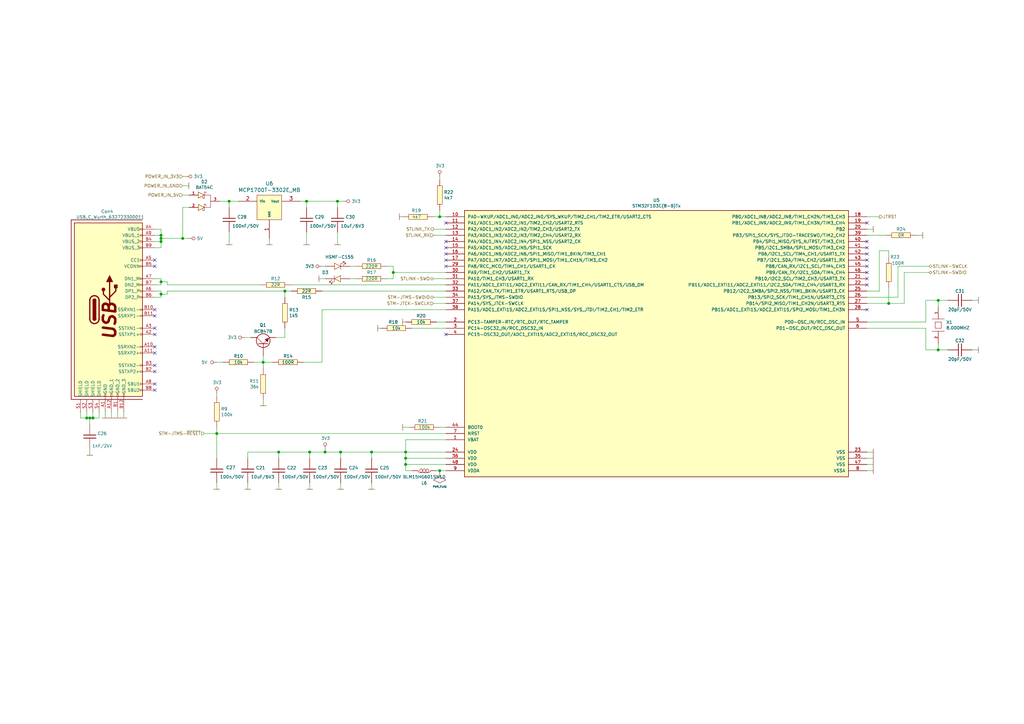
<source format=kicad_sch>
(kicad_sch (version 20210406) (generator eeschema)
  (paper "A3")
  (title_block (title "STLink Module") (date "2020-12-20") (rev "V1.0") (company "Embedded System Labs"))
  (junction (at 35.56 171.45) (diameter 1.016))
  (junction (at 36.83 171.45) (diameter 1.016))
  (junction (at 38.1 171.45) (diameter 1.016))
  (junction (at 66.04 96.52) (diameter 1.016))
  (junction (at 66.04 97.79) (diameter 1.016))
  (junction (at 66.04 99.06) (diameter 1.016))
  (junction (at 66.04 115.57) (diameter 1.016))
  (junction (at 66.04 120.65) (diameter 1.016))
  (junction (at 74.93 97.79) (diameter 1.016))
  (junction (at 88.9 177.8) (diameter 1.016))
  (junction (at 93.98 82.55) (diameter 1.016))
  (junction (at 107.95 148.59) (diameter 1.016))
  (junction (at 114.3 185.42) (diameter 1.016))
  (junction (at 116.84 119.38) (diameter 1.016))
  (junction (at 125.73 82.55) (diameter 1.016))
  (junction (at 127 185.42) (diameter 1.016))
  (junction (at 133.35 185.42) (diameter 1.016))
  (junction (at 138.43 82.55) (diameter 1.016))
  (junction (at 139.7 185.42) (diameter 1.016))
  (junction (at 152.4 185.42) (diameter 1.016))
  (junction (at 161.29 111.76) (diameter 1.016))
  (junction (at 166.37 185.42) (diameter 1.016))
  (junction (at 166.37 187.96) (diameter 1.016))
  (junction (at 166.37 190.5) (diameter 1.016))
  (junction (at 180.34 88.9) (diameter 1.016))
  (junction (at 180.34 193.04) (diameter 1.016))
  (junction (at 364.49 124.46) (diameter 1.016))
  (junction (at 384.81 123.19) (diameter 1.016))
  (junction (at 384.81 143.51) (diameter 1.016))
  (no_connect (at 63.5 106.68))
  (no_connect (at 63.5 109.22))
  (no_connect (at 63.5 127))
  (no_connect (at 63.5 129.54))
  (no_connect (at 63.5 134.62))
  (no_connect (at 63.5 137.16))
  (no_connect (at 63.5 142.24))
  (no_connect (at 63.5 144.78))
  (no_connect (at 63.5 149.86))
  (no_connect (at 63.5 152.4))
  (no_connect (at 63.5 157.48))
  (no_connect (at 63.5 160.02))
  (no_connect (at 182.88 91.44))
  (no_connect (at 182.88 99.06))
  (no_connect (at 182.88 101.6))
  (no_connect (at 182.88 104.14))
  (no_connect (at 182.88 106.68))
  (no_connect (at 182.88 109.22))
  (no_connect (at 182.88 137.16))
  (no_connect (at 355.6 91.44))
  (no_connect (at 355.6 99.06))
  (no_connect (at 355.6 101.6))
  (no_connect (at 355.6 104.14))
  (no_connect (at 355.6 106.68))
  (no_connect (at 355.6 109.22))
  (no_connect (at 355.6 111.76))
  (no_connect (at 355.6 114.3))
  (no_connect (at 355.6 116.84))
  (no_connect (at 355.6 127))
  (wire (pts (xy 33.02 168.91) (xy 33.02 171.45)))
  (wire (pts (xy 33.02 171.45) (xy 35.56 171.45)))
  (wire (pts (xy 35.56 168.91) (xy 35.56 171.45)))
  (wire (pts (xy 35.56 171.45) (xy 36.83 171.45)))
  (wire (pts (xy 36.83 171.45) (xy 38.1 171.45)))
  (wire (pts (xy 36.83 173.99) (xy 36.83 171.45)))
  (wire (pts (xy 36.83 186.69) (xy 36.83 184.15)))
  (wire (pts (xy 38.1 168.91) (xy 38.1 171.45)))
  (wire (pts (xy 38.1 171.45) (xy 40.64 171.45)))
  (wire (pts (xy 40.64 171.45) (xy 40.64 168.91)))
  (wire (pts (xy 43.18 171.45) (xy 43.18 168.91)))
  (wire (pts (xy 45.72 171.45) (xy 45.72 168.91)))
  (wire (pts (xy 48.26 171.45) (xy 48.26 168.91)))
  (wire (pts (xy 50.8 171.45) (xy 50.8 168.91)))
  (wire (pts (xy 63.5 93.98) (xy 66.04 93.98)))
  (wire (pts (xy 63.5 96.52) (xy 66.04 96.52)))
  (wire (pts (xy 63.5 99.06) (xy 66.04 99.06)))
  (wire (pts (xy 63.5 116.84) (xy 66.04 116.84)))
  (wire (pts (xy 63.5 119.38) (xy 66.04 119.38)))
  (wire (pts (xy 66.04 93.98) (xy 66.04 96.52)))
  (wire (pts (xy 66.04 96.52) (xy 66.04 97.79)))
  (wire (pts (xy 66.04 97.79) (xy 66.04 99.06)))
  (wire (pts (xy 66.04 97.79) (xy 74.93 97.79)))
  (wire (pts (xy 66.04 99.06) (xy 66.04 101.6)))
  (wire (pts (xy 66.04 101.6) (xy 63.5 101.6)))
  (wire (pts (xy 66.04 114.3) (xy 63.5 114.3)))
  (wire (pts (xy 66.04 114.3) (xy 66.04 115.57)))
  (wire (pts (xy 66.04 115.57) (xy 66.04 116.84)))
  (wire (pts (xy 66.04 119.38) (xy 66.04 120.65)))
  (wire (pts (xy 66.04 120.65) (xy 66.04 121.92)))
  (wire (pts (xy 66.04 121.92) (xy 63.5 121.92)))
  (wire (pts (xy 68.58 115.57) (xy 66.04 115.57)))
  (wire (pts (xy 68.58 116.84) (xy 68.58 115.57)))
  (wire (pts (xy 68.58 119.38) (xy 68.58 120.65)))
  (wire (pts (xy 68.58 120.65) (xy 66.04 120.65)))
  (wire (pts (xy 74.93 72.39) (xy 76.2 72.39)))
  (wire (pts (xy 74.93 85.09) (xy 77.47 85.09)))
  (wire (pts (xy 74.93 97.79) (xy 74.93 85.09)))
  (wire (pts (xy 77.47 76.2) (xy 74.93 76.2)))
  (wire (pts (xy 77.47 80.01) (xy 74.93 80.01)))
  (wire (pts (xy 77.47 97.79) (xy 74.93 97.79)))
  (wire (pts (xy 88.9 148.59) (xy 91.44 148.59)))
  (wire (pts (xy 88.9 161.29) (xy 88.9 162.56)))
  (wire (pts (xy 88.9 177.8) (xy 83.82 177.8)))
  (wire (pts (xy 88.9 177.8) (xy 88.9 175.26)))
  (wire (pts (xy 88.9 177.8) (xy 88.9 187.96)))
  (wire (pts (xy 88.9 177.8) (xy 182.88 177.8)))
  (wire (pts (xy 88.9 200.66) (xy 88.9 198.12)))
  (wire (pts (xy 93.98 82.55) (xy 90.17 82.55)))
  (wire (pts (xy 93.98 85.09) (xy 93.98 82.55)))
  (wire (pts (xy 93.98 95.25) (xy 93.98 100.33)))
  (wire (pts (xy 97.79 82.55) (xy 93.98 82.55)))
  (wire (pts (xy 101.6 185.42) (xy 101.6 187.96)))
  (wire (pts (xy 101.6 200.66) (xy 101.6 198.12)))
  (wire (pts (xy 102.87 138.43) (xy 100.33 138.43)))
  (wire (pts (xy 104.14 148.59) (xy 107.95 148.59)))
  (wire (pts (xy 106.68 116.84) (xy 68.58 116.84)))
  (wire (pts (xy 107.95 148.59) (xy 107.95 146.05)))
  (wire (pts (xy 107.95 148.59) (xy 111.76 148.59)))
  (wire (pts (xy 107.95 151.13) (xy 107.95 148.59)))
  (wire (pts (xy 107.95 166.37) (xy 107.95 163.83)))
  (wire (pts (xy 110.49 100.33) (xy 110.49 97.79)))
  (wire (pts (xy 114.3 185.42) (xy 101.6 185.42)))
  (wire (pts (xy 114.3 185.42) (xy 114.3 187.96)))
  (wire (pts (xy 114.3 200.66) (xy 114.3 198.12)))
  (wire (pts (xy 116.84 119.38) (xy 68.58 119.38)))
  (wire (pts (xy 116.84 121.92) (xy 116.84 119.38)))
  (wire (pts (xy 116.84 134.62) (xy 116.84 138.43)))
  (wire (pts (xy 116.84 138.43) (xy 113.03 138.43)))
  (wire (pts (xy 119.38 119.38) (xy 116.84 119.38)))
  (wire (pts (xy 123.19 82.55) (xy 125.73 82.55)))
  (wire (pts (xy 125.73 82.55) (xy 138.43 82.55)))
  (wire (pts (xy 125.73 85.09) (xy 125.73 82.55)))
  (wire (pts (xy 125.73 100.33) (xy 125.73 95.25)))
  (wire (pts (xy 127 185.42) (xy 114.3 185.42)))
  (wire (pts (xy 127 185.42) (xy 127 187.96)))
  (wire (pts (xy 127 200.66) (xy 127 198.12)))
  (wire (pts (xy 130.81 114.3) (xy 133.35 114.3)))
  (wire (pts (xy 132.08 109.22) (xy 133.35 109.22)))
  (wire (pts (xy 132.08 127) (xy 132.08 148.59)))
  (wire (pts (xy 132.08 148.59) (xy 124.46 148.59)))
  (wire (pts (xy 133.35 184.15) (xy 133.35 185.42)))
  (wire (pts (xy 133.35 185.42) (xy 127 185.42)))
  (wire (pts (xy 138.43 82.55) (xy 138.43 85.09)))
  (wire (pts (xy 138.43 100.33) (xy 138.43 95.25)))
  (wire (pts (xy 139.7 185.42) (xy 133.35 185.42)))
  (wire (pts (xy 139.7 185.42) (xy 139.7 187.96)))
  (wire (pts (xy 139.7 200.66) (xy 139.7 198.12)))
  (wire (pts (xy 140.97 82.55) (xy 138.43 82.55)))
  (wire (pts (xy 143.51 109.22) (xy 146.05 109.22)))
  (wire (pts (xy 146.05 114.3) (xy 143.51 114.3)))
  (wire (pts (xy 152.4 185.42) (xy 139.7 185.42)))
  (wire (pts (xy 152.4 185.42) (xy 152.4 187.96)))
  (wire (pts (xy 152.4 200.66) (xy 152.4 198.12)))
  (wire (pts (xy 156.21 134.62) (xy 154.94 134.62)))
  (wire (pts (xy 158.75 109.22) (xy 161.29 109.22)))
  (wire (pts (xy 161.29 109.22) (xy 161.29 111.76)))
  (wire (pts (xy 161.29 111.76) (xy 161.29 114.3)))
  (wire (pts (xy 161.29 114.3) (xy 158.75 114.3)))
  (wire (pts (xy 165.1 88.9) (xy 163.83 88.9)))
  (wire (pts (xy 165.1 175.26) (xy 167.64 175.26)))
  (wire (pts (xy 166.37 132.08) (xy 165.1 132.08)))
  (wire (pts (xy 166.37 180.34) (xy 166.37 185.42)))
  (wire (pts (xy 166.37 185.42) (xy 152.4 185.42)))
  (wire (pts (xy 166.37 185.42) (xy 166.37 187.96)))
  (wire (pts (xy 166.37 187.96) (xy 166.37 190.5)))
  (wire (pts (xy 166.37 190.5) (xy 166.37 193.04)))
  (wire (pts (xy 166.37 193.04) (xy 168.91 193.04)))
  (wire (pts (xy 177.8 88.9) (xy 180.34 88.9)))
  (wire (pts (xy 180.34 72.39) (xy 180.34 73.66)))
  (wire (pts (xy 180.34 86.36) (xy 180.34 88.9)))
  (wire (pts (xy 180.34 88.9) (xy 182.88 88.9)))
  (wire (pts (xy 180.34 193.04) (xy 179.07 193.04)))
  (wire (pts (xy 182.88 93.98) (xy 177.8 93.98)))
  (wire (pts (xy 182.88 96.52) (xy 177.8 96.52)))
  (wire (pts (xy 182.88 111.76) (xy 161.29 111.76)))
  (wire (pts (xy 182.88 114.3) (xy 177.8 114.3)))
  (wire (pts (xy 182.88 116.84) (xy 119.38 116.84)))
  (wire (pts (xy 182.88 119.38) (xy 132.08 119.38)))
  (wire (pts (xy 182.88 121.92) (xy 177.8 121.92)))
  (wire (pts (xy 182.88 124.46) (xy 177.8 124.46)))
  (wire (pts (xy 182.88 127) (xy 132.08 127)))
  (wire (pts (xy 182.88 132.08) (xy 179.07 132.08)))
  (wire (pts (xy 182.88 134.62) (xy 168.91 134.62)))
  (wire (pts (xy 182.88 175.26) (xy 180.34 175.26)))
  (wire (pts (xy 182.88 180.34) (xy 166.37 180.34)))
  (wire (pts (xy 182.88 185.42) (xy 166.37 185.42)))
  (wire (pts (xy 182.88 187.96) (xy 166.37 187.96)))
  (wire (pts (xy 182.88 190.5) (xy 166.37 190.5)))
  (wire (pts (xy 182.88 193.04) (xy 180.34 193.04)))
  (wire (pts (xy 355.6 88.9) (xy 360.68 88.9)))
  (wire (pts (xy 355.6 119.38) (xy 360.68 119.38)))
  (wire (pts (xy 355.6 121.92) (xy 368.3 121.92)))
  (wire (pts (xy 355.6 132.08) (xy 379.73 132.08)))
  (wire (pts (xy 355.6 134.62) (xy 379.73 134.62)))
  (wire (pts (xy 355.6 185.42) (xy 358.14 185.42)))
  (wire (pts (xy 355.6 190.5) (xy 358.14 190.5)))
  (wire (pts (xy 358.14 93.98) (xy 355.6 93.98)))
  (wire (pts (xy 358.14 187.96) (xy 355.6 187.96)))
  (wire (pts (xy 358.14 193.04) (xy 355.6 193.04)))
  (wire (pts (xy 360.68 102.87) (xy 364.49 102.87)))
  (wire (pts (xy 360.68 119.38) (xy 360.68 102.87)))
  (wire (pts (xy 363.22 96.52) (xy 355.6 96.52)))
  (wire (pts (xy 364.49 102.87) (xy 364.49 105.41)))
  (wire (pts (xy 364.49 118.11) (xy 364.49 124.46)))
  (wire (pts (xy 364.49 124.46) (xy 355.6 124.46)))
  (wire (pts (xy 368.3 109.22) (xy 381 109.22)))
  (wire (pts (xy 368.3 121.92) (xy 368.3 109.22)))
  (wire (pts (xy 370.84 111.76) (xy 370.84 124.46)))
  (wire (pts (xy 370.84 111.76) (xy 381 111.76)))
  (wire (pts (xy 370.84 124.46) (xy 364.49 124.46)))
  (wire (pts (xy 378.46 96.52) (xy 375.92 96.52)))
  (wire (pts (xy 379.73 123.19) (xy 384.81 123.19)))
  (wire (pts (xy 379.73 132.08) (xy 379.73 123.19)))
  (wire (pts (xy 379.73 134.62) (xy 379.73 143.51)))
  (wire (pts (xy 379.73 143.51) (xy 384.81 143.51)))
  (wire (pts (xy 384.81 123.19) (xy 384.81 125.73)))
  (wire (pts (xy 384.81 123.19) (xy 388.62 123.19)))
  (wire (pts (xy 384.81 143.51) (xy 384.81 140.97)))
  (wire (pts (xy 388.62 143.51) (xy 384.81 143.51)))
  (wire (pts (xy 401.32 123.19) (xy 398.78 123.19)))
  (wire (pts (xy 401.32 143.51) (xy 398.78 143.51)))
  (hierarchical_label "POWER_IN_3V3" (shape input) (at 74.93 72.39 180))
  (hierarchical_label "POWER_IN_GND" (shape input) (at 74.93 76.2 180))
  (hierarchical_label "POWER_IN_5V" (shape input) (at 74.93 80.01 180))
  (hierarchical_label "STM-JTMS-~RESET~" (shape input) (at 83.82 177.8 180))
  (hierarchical_label "STLINK_TX" (shape output) (at 177.8 93.98 180))
  (hierarchical_label "STLINK_RX" (shape input) (at 177.8 96.52 180))
  (hierarchical_label "STLINK-SWO" (shape bidirectional) (at 177.8 114.3 180))
  (hierarchical_label "STM-JTMS-SWDIO" (shape bidirectional) (at 177.8 121.92 180))
  (hierarchical_label "STM-JTCK-SWCLK" (shape input) (at 177.8 124.46 180))
  (hierarchical_label "JTRST" (shape output) (at 360.68 88.9 0))
  (hierarchical_label "STLINK-SWCLK" (shape bidirectional) (at 381 109.22 0))
  (hierarchical_label "STLINK-SWDIO" (shape bidirectional) (at 381 111.76 0))
  (symbol (lib_id "power:GND_NO_GLOBAL") (at 36.83 186.69 180) (unit 1)
    (property "Reference" "#PWR42" (effects hide))
    (property "Value" "GND_NO_GLOBAL" (effects hide))
  )
  (symbol (lib_id "power:GND_NO_GLOBAL") (at 43.18 171.45 180) (unit 1)
    (property "Reference" "#PWR39" (effects hide))
    (property "Value" "GND_NO_GLOBAL" (effects hide))
  )
  (symbol (lib_id "power:GND_NO_GLOBAL") (at 45.72 171.45 180) (unit 1)
    (property "Reference" "#PWR40" (effects hide))
    (property "Value" "GND_NO_GLOBAL" (effects hide))
  )
  (symbol (lib_id "power:GND_NO_GLOBAL") (at 48.26 171.45 180) (unit 1)
    (property "Reference" "#PWR41" (effects hide))
    (property "Value" "GND_NO_GLOBAL" (effects hide))
  )
  (symbol (lib_id "power:GND_NO_GLOBAL") (at 50.8 171.45 180) (unit 1)
    (property "Reference" "#PWR43" (effects hide))
    (property "Value" "GND_NO_GLOBAL" (effects hide))
  )
  (symbol (lib_id "power:GND_NO_GLOBAL") (at 77.47 76.2 270) (unit 1)
    (property "Reference" "#PWR44" (effects hide))
    (property "Value" "GND_NO_GLOBAL" (effects hide))
  )
  (symbol (lib_id "power:GND_NO_GLOBAL") (at 88.9 200.66 180) (unit 1)
    (property "Reference" "#PWR48" (effects hide))
    (property "Value" "GND_NO_GLOBAL" (effects hide))
  )
  (symbol (lib_id "power:GND_NO_GLOBAL") (at 93.98 100.33 180) (unit 1)
    (property "Reference" "#PWR49" (effects hide))
    (property "Value" "GND_NO_GLOBAL" (effects hide))
  )
  (symbol (lib_id "power:GND_NO_GLOBAL") (at 101.6 200.66 180) (unit 1)
    (property "Reference" "#PWR30" (effects hide))
    (property "Value" "GND_NO_GLOBAL" (effects hide))
  )
  (symbol (lib_id "power:GND_NO_GLOBAL") (at 107.95 166.37 0) (mirror x) (unit 1)
    (property "Reference" "#PWR51" (effects hide))
    (property "Value" "GND_NO_GLOBAL" (effects hide))
  )
  (symbol (lib_id "power:GND_NO_GLOBAL") (at 110.49 100.33 180) (unit 1)
    (property "Reference" "#PWR52" (effects hide))
    (property "Value" "GND_NO_GLOBAL" (effects hide))
  )
  (symbol (lib_id "power:GND_NO_GLOBAL") (at 114.3 200.66 180) (unit 1)
    (property "Reference" "#PWR31" (effects hide))
    (property "Value" "GND_NO_GLOBAL" (effects hide))
  )
  (symbol (lib_id "power:GND_NO_GLOBAL") (at 125.73 100.33 180) (unit 1)
    (property "Reference" "#PWR53" (effects hide))
    (property "Value" "GND_NO_GLOBAL" (effects hide))
  )
  (symbol (lib_id "power:GND_NO_GLOBAL") (at 127 200.66 180) (unit 1)
    (property "Reference" "#PWR32" (effects hide))
    (property "Value" "GND_NO_GLOBAL" (effects hide))
  )
  (symbol (lib_id "power:GND_NO_GLOBAL") (at 130.81 114.3 90) (unit 1)
    (property "Reference" "#PWR54" (effects hide))
    (property "Value" "GND_NO_GLOBAL" (effects hide))
  )
  (symbol (lib_id "power:GND_NO_GLOBAL") (at 138.43 100.33 180) (unit 1)
    (property "Reference" "#PWR56" (effects hide))
    (property "Value" "GND_NO_GLOBAL" (effects hide))
  )
  (symbol (lib_id "power:GND_NO_GLOBAL") (at 139.7 200.66 180) (unit 1)
    (property "Reference" "#PWR33" (effects hide))
    (property "Value" "GND_NO_GLOBAL" (effects hide))
  )
  (symbol (lib_id "power:GND_NO_GLOBAL") (at 152.4 200.66 180) (unit 1)
    (property "Reference" "#PWR34" (effects hide))
    (property "Value" "GND_NO_GLOBAL" (effects hide))
  )
  (symbol (lib_id "power:GND") (at 154.94 134.62 270) (unit 1)
    (property "Reference" "#PWR0130" (effects hide))
    (property "Value" "GND" (effects hide))
  )
  (symbol (lib_id "power:GND") (at 163.83 88.9 270) (unit 1)
    (property "Reference" "#PWR0132" (effects hide))
    (property "Value" "GND" (effects hide))
  )
  (symbol (lib_id "power:GND") (at 165.1 132.08 270) (unit 1)
    (property "Reference" "#PWR0131" (effects hide))
    (property "Value" "GND" (effects hide))
  )
  (symbol (lib_id "power:GND_NO_GLOBAL") (at 165.1 175.26 90) (unit 1)
    (property "Reference" "#PWR57" (effects hide))
    (property "Value" "GND_NO_GLOBAL" (effects hide))
  )
  (symbol (lib_id "power:GND_NO_GLOBAL") (at 358.14 93.98 270) (unit 1)
    (property "Reference" "#PWR59" (effects hide))
    (property "Value" "GND_NO_GLOBAL" (effects hide))
  )
  (symbol (lib_id "power:GND_NO_GLOBAL") (at 358.14 185.42 270) (unit 1)
    (property "Reference" "#PWR35" (effects hide))
    (property "Value" "GND_NO_GLOBAL" (effects hide))
  )
  (symbol (lib_id "power:GND_NO_GLOBAL") (at 358.14 187.96 270) (unit 1)
    (property "Reference" "#PWR36" (effects hide))
    (property "Value" "GND_NO_GLOBAL" (effects hide))
  )
  (symbol (lib_id "power:GND_NO_GLOBAL") (at 358.14 190.5 270) (unit 1)
    (property "Reference" "#PWR37" (effects hide))
    (property "Value" "GND_NO_GLOBAL" (effects hide))
  )
  (symbol (lib_id "power:GND_NO_GLOBAL") (at 358.14 193.04 270) (unit 1)
    (property "Reference" "#PWR38" (effects hide))
    (property "Value" "GND_NO_GLOBAL" (effects hide))
  )
  (symbol (lib_id "power:GND_NO_GLOBAL") (at 378.46 96.52 270) (unit 1)
    (property "Reference" "#PWR60" (effects hide))
    (property "Value" "GND_NO_GLOBAL" (effects hide))
  )
  (symbol (lib_id "power:GND_NO_GLOBAL") (at 401.32 123.19 270) (unit 1)
    (property "Reference" "#PWR61" (effects hide))
    (property "Value" "GND_NO_GLOBAL" (effects hide))
  )
  (symbol (lib_id "power:GND_NO_GLOBAL") (at 401.32 143.51 270) (unit 1)
    (property "Reference" "#PWR62" (effects hide))
    (property "Value" "GND_NO_GLOBAL" (effects hide))
  )
  (symbol (lib_id "power:3V3_NO_GLOBAL") (at 76.2 72.39 270) (unit 1)
    (property "Reference" "#PWR198" (effects hide))
    (property "Value" "3V3" (at 81.28 72.39 90))
  )
  (symbol (lib_id "power:5V_NO_GLOBAL") (at 77.47 97.79 270) (unit 1)
    (property "Reference" "#PWR45" (effects hide))
    (property "Value" "5V" (at 80.7212 97.8154 90) (effects (justify left)))
  )
  (symbol (lib_id "power:5V_NO_GLOBAL") (at 88.9 148.59 90) (mirror x) (unit 1)
    (property "Reference" "#PWR46" (effects hide))
    (property "Value" "5V" (at 85.09 148.59 90) (effects (justify left)))
  )
  (symbol (lib_id "power:3V3_NO_GLOBAL") (at 88.9 161.29 0) (unit 1)
    (property "Reference" "#PWR47" (effects hide))
    (property "Value" "3V3" (at 89.0524 156.8958 0))
  )
  (symbol (lib_id "power:3V3_NO_GLOBAL") (at 100.33 138.43 90) (unit 1)
    (property "Reference" "#PWR50" (effects hide))
    (property "Value" "3V3" (at 95.25 138.43 90))
  )
  (symbol (lib_id "power:3V3_NO_GLOBAL") (at 132.08 109.22 90) (unit 1)
    (property "Reference" "#PWR55" (effects hide))
    (property "Value" "3V3" (at 127 109.22 90))
  )
  (symbol (lib_id "power:3V3_NO_GLOBAL") (at 133.35 184.15 0) (unit 1)
    (property "Reference" "#PWR63" (effects hide))
    (property "Value" "3V3" (at 133.5024 179.7558 0))
  )
  (symbol (lib_id "power:3V3_NO_GLOBAL") (at 140.97 82.55 270) (unit 1)
    (property "Reference" "#PWR64" (effects hide))
    (property "Value" "3V3" (at 146.05 82.55 90))
  )
  (symbol (lib_id "power:3V3_NO_GLOBAL") (at 180.34 72.39 0) (unit 1)
    (property "Reference" "#PWR58" (effects hide))
    (property "Value" "3V3" (at 180.4924 67.9958 0))
  )
  (symbol (lib_id "Inductors:BLM15HG601SN1D") (at 173.99 193.04 270) (unit 1)
    (property "Reference" "L6" (at 173.99 198.12 90))
    (property "Value" "BLM15HG601SN1D" (at 173.99 195.58 90))
    (property "Footprint" "Inductors:BLM15HG601SN1D_0402" (effects hide))
    (property "Datasheet" "C:/Wiktor/KiCad/KiCadWolowik/Schematic/Inductors/Components_Documentation/BLM15HG601SN1#.pdf" (effects hide))
  )
  (symbol (lib_id "Resistors_Smd0603:100k") (at 88.9 168.91 0) (unit 1)
    (property "Reference" "R9" (at 90.6272 167.7416 0) (effects (justify left)))
    (property "Value" "100k" (at 90.6272 170.053 0) (effects (justify left)))
    (property "Footprint" "Resistor_Smd_0603:100k_0603" (effects hide))
    (property "Datasheet" "https://www.tme.eu/Document/fa390a0a31e891a154d3713216995c6e/HighPowerHP.pdf" (effects hide))
    (property "Manufacturer" "ROYAL OHM" (effects hide))
    (property "Manufacturer Part Number" "HP03W5J0104T5E" (effects hide))
    (property "Supplier" "TME" (effects hide))
    (property "Supplier Part Number" "HP03-100K5%" (effects hide))
    (property "URL" "https://www.tme.eu/pl/details/hp03-100k5%25/rezystory-smd-0603/royal-ohm/hp03w5j0104t5e/" (effects hide))
    (property "Price@50pcs" "0,07415" (effects hide))
    (property "Price@1000pcs" "0,01696" (effects hide))
    (property "Developer" "MW" (effects hide))
    (property "Package" "0603" (effects hide))
    (property "LCSC Part # (optional)" "C269699" (effects hide))
  )
  (symbol (lib_id "Resistors_Smd0603:10k") (at 97.79 148.59 90) (mirror x) (unit 1)
    (property "Reference" "R10" (at 97.79 146.05 90))
    (property "Value" "10k" (at 97.79 148.59 90))
    (property "Footprint" "Resistor_Smd_0603:10k_0603" (effects hide))
    (property "Datasheet" "Resistors/Smd_0603/Components_Documentation/Vishay_Resistors_SM0603.pdf" (effects hide))
    (property "Manufacturer" "ROYAL OHM" (effects hide))
    (property "Manufacturer Part Number" "0603SAJ0103T5E" (effects hide))
    (property "Supplier" "TME" (effects hide))
    (property "Supplier Part Number" "SMD0603-10K" (effects hide))
    (property "URL" "https://www.tme.eu/pl/details/smd0603-10k/rezystory-smd-0603/royal-ohm/0603saj0103t5e/" (effects hide))
    (property "Price@1pc" "0,04560" (effects hide))
    (property "Price@1000pcs" "0,01111" (effects hide))
    (property "Developer" "MW" (effects hide))
    (property "Package" "0603" (effects hide))
  )
  (symbol (lib_id "Resistors_Smd0603:36k") (at 107.95 157.48 0) (mirror x) (unit 1)
    (property "Reference" "R11" (at 106.2228 156.3116 0) (effects (justify right)))
    (property "Value" "36k" (at 106.2228 158.623 0) (effects (justify right)))
    (property "Footprint" "Resistor_Smd_0603:36k_0603" (effects hide))
    (property "Datasheet" "https://www.tme.eu/Document/9e42ba54d36a9bd3dfa2901986ac022d/rezystor-smd.pdf" (effects hide))
    (property "Manufacturer" "Royal Ohm" (effects hide))
    (property "Manufacturer Part Number" "0603SAJ0363T5E" (effects hide))
    (property "Supplier" "Tme" (effects hide))
    (property "Supplier Part Number" "SMD0603-36K" (effects hide))
    (property "URL" "https://www.tme.eu/pl/details/smd0603-36k/rezystory-smd-0603/royal-ohm/0603saj0363t5e/" (effects hide))
    (property "Price@1pc" "0,04525" (effects hide))
    (property "Price@1000pcs" "0,01103" (effects hide))
    (property "Developer" "MW" (effects hide))
    (property "Package" "0603" (effects hide))
    (property "LCSC Part #(optional)" "C170729" (effects hide))
  )
  (symbol (lib_id "Resistors_Smd0603:22R") (at 113.03 116.84 270) (unit 1)
    (property "Reference" "R12" (at 113.03 114.3 90))
    (property "Value" "22R" (at 113.03 116.84 90))
    (property "Footprint" "Resistor_Smd_0603:22R_0603" (effects hide))
    (property "Datasheet" "https://www.tme.eu/Document/ec37243ca557adb02ebafc5c1ab83104/CQ%20datasheet.pdf" (effects hide))
    (property "Manufacturer" "Royal Ohm" (effects hide))
    (property "Manufacturer Part Number" "CQ03SAF220JT5E" (effects hide))
    (property "Supplier" "Tme" (effects hide))
    (property "Supplier Part Number" "CQ0603-22R-1%" (effects hide))
    (property "URL" "https://www.tme.eu/pl/details/cq0603-22r-1%25/rezystory-smd-0603/royal-ohm/cq03saf220jt5e/" (effects hide))
    (property "Price@1pc" "0,07305" (effects hide))
    (property "Price@1000pcs" "0,03414" (effects hide))
    (property "Developer" "MW" (effects hide))
    (property "Package" "0603" (effects hide))
    (property "LCSC Part #(optional)" "C177623" (effects hide))
  )
  (symbol (lib_id "Resistors_Smd0603:1k5") (at 116.84 128.27 0) (unit 1)
    (property "Reference" "R13" (at 118.5672 127.1016 0) (effects (justify left)))
    (property "Value" "1k5" (at 118.5672 129.413 0) (effects (justify left)))
    (property "Footprint" "Resistor_Smd_0603:1k5_0603" (effects hide))
    (property "Datasheet" "https://www.tme.eu/Document/9e42ba54d36a9bd3dfa2901986ac022d/rezystor-smd.pdf" (effects hide))
    (property "Manufacturer" "Royal Ohm" (effects hide))
    (property "Manufacturer Part Number" "0603SAF1501T5E" (effects hide))
    (property "Supplier" "TME" (effects hide))
    (property "Supplier Part Number" "SMD0603-1K5-1%" (effects hide))
    (property "URL" "https://www.tme.eu/pl/details/smd0603-1k5-1%25/rezystory-smd-0603/royal-ohm/0603saf1501t5e/" (effects hide))
    (property "Price@100pcs" "0,05274" (effects hide))
    (property "Price@1000pcs" "0,01425" (effects hide))
    (property "Developer" "MW" (effects hide))
    (property "Package" "0603" (effects hide))
    (property "LCSC Part # (optional)" "C177600" (effects hide))
  )
  (symbol (lib_id "Resistors_Smd0603:100R") (at 118.11 148.59 90) (mirror x) (unit 1)
    (property "Reference" "R14" (at 118.11 146.05 90))
    (property "Value" "100R" (at 118.11 148.59 90))
    (property "Footprint" "Resistor_Smd_0603:100R_0603" (effects hide))
    (property "Datasheet" "https://www.tme.eu/Document/ec37243ca557adb02ebafc5c1ab83104/CQ%20datasheet.pdf" (effects hide))
    (property "Manufacturer" "Royal Ohm" (effects hide))
    (property "Manufacturer Part Number" "CQ03SAF1000T5E" (effects hide))
    (property "Supplier" "Tme" (effects hide))
    (property "Supplier Part Number" "CQ0603-100R-1%" (effects hide))
    (property "URL" "https://www.tme.eu/pl/details/cq0603-100r-1%25/rezystory-smd-0603/royal-ohm/cq03saf1000t5e/" (effects hide))
    (property "Price@1pc" "0,07305" (effects hide))
    (property "Price@100pcs" "0,03414" (effects hide))
    (property "Developer" "MW" (effects hide))
    (property "Package" "0603" (effects hide))
    (property "LCSC Part #(optional)" "C269700" (effects hide))
  )
  (symbol (lib_id "Resistors_Smd0603:22R") (at 125.73 119.38 270) (unit 1)
    (property "Reference" "R15" (at 125.73 121.92 90))
    (property "Value" "22R" (at 125.73 119.38 90))
    (property "Footprint" "Resistor_Smd_0603:22R_0603" (effects hide))
    (property "Datasheet" "https://www.tme.eu/Document/ec37243ca557adb02ebafc5c1ab83104/CQ%20datasheet.pdf" (effects hide))
    (property "Manufacturer" "Royal Ohm" (effects hide))
    (property "Manufacturer Part Number" "CQ03SAF220JT5E" (effects hide))
    (property "Supplier" "Tme" (effects hide))
    (property "Supplier Part Number" "CQ0603-22R-1%" (effects hide))
    (property "URL" "https://www.tme.eu/pl/details/cq0603-22r-1%25/rezystory-smd-0603/royal-ohm/cq03saf220jt5e/" (effects hide))
    (property "Price@1pc" "0,07305" (effects hide))
    (property "Price@1000pcs" "0,03414" (effects hide))
    (property "Developer" "MW" (effects hide))
    (property "Package" "0603" (effects hide))
    (property "LCSC Part #(optional)" "C177623" (effects hide))
  )
  (symbol (lib_id "Resistors_Smd0603:220R") (at 152.4 109.22 90) (unit 1)
    (property "Reference" "R16" (at 152.4 106.68 90))
    (property "Value" "220R" (at 152.4 109.22 90))
    (property "Footprint" "Resistor_Smd_0603:220R_0603" (effects hide))
    (property "Datasheet" "https://www.tme.eu/Document/ec37243ca557adb02ebafc5c1ab83104/CQ%20datasheet.pdf" (effects hide))
    (property "Manufacturer" "Royal Ohm" (effects hide))
    (property "Manufacturer Part Number" "CQ03SAF2203T5E" (effects hide))
    (property "Supplier" "Tme" (effects hide))
    (property "Supplier Part Number" "CQ0603-220K-1%" (effects hide))
    (property "URL" "https://www.tme.eu/pl/details/cq0603-220k-1%25/rezystory-smd-0603/royal-ohm/cq03saf2203t5e/" (effects hide))
    (property "Price@1pc" "0,07305" (effects hide))
    (property "Price@1000pcs" "0,03414" (effects hide))
    (property "Developer" "MW" (effects hide))
    (property "Package" "0603" (effects hide))
    (property "LCSC Part #(optional)" "C103414" (effects hide))
  )
  (symbol (lib_id "Resistors_Smd0603:220R") (at 152.4 114.3 90) (unit 1)
    (property "Reference" "R17" (at 152.4 111.76 90))
    (property "Value" "220R" (at 152.4 114.3 90))
    (property "Footprint" "Resistor_Smd_0603:220R_0603" (effects hide))
    (property "Datasheet" "https://www.tme.eu/Document/ec37243ca557adb02ebafc5c1ab83104/CQ%20datasheet.pdf" (effects hide))
    (property "Manufacturer" "Royal Ohm" (effects hide))
    (property "Manufacturer Part Number" "CQ03SAF2203T5E" (effects hide))
    (property "Supplier" "Tme" (effects hide))
    (property "Supplier Part Number" "CQ0603-220K-1%" (effects hide))
    (property "URL" "https://www.tme.eu/pl/details/cq0603-220k-1%25/rezystory-smd-0603/royal-ohm/cq03saf2203t5e/" (effects hide))
    (property "Price@1pc" "0,07305" (effects hide))
    (property "Price@1000pcs" "0,03414" (effects hide))
    (property "Developer" "MW" (effects hide))
    (property "Package" "0603" (effects hide))
    (property "LCSC Part #(optional)" "C103414" (effects hide))
  )
  (symbol (lib_id "Resistors_Smd0603:10k") (at 162.56 134.62 270) (unit 1)
    (property "Reference" "R18" (at 161.29 132.08 90))
    (property "Value" "10k" (at 162.56 134.62 90))
    (property "Footprint" "Resistor_Smd_0603:10k_0603" (effects hide))
    (property "Datasheet" "Resistors/Smd_0603/Components_Documentation/Vishay_Resistors_SM0603.pdf" (effects hide))
    (property "Manufacturer" "ROYAL OHM" (effects hide))
    (property "Manufacturer Part Number" "0603SAJ0103T5E" (effects hide))
    (property "Supplier" "TME" (effects hide))
    (property "Supplier Part Number" "SMD0603-10K" (effects hide))
    (property "URL" "https://www.tme.eu/pl/details/smd0603-10k/rezystory-smd-0603/royal-ohm/0603saj0103t5e/" (effects hide))
    (property "Price@1pc" "0,04560" (effects hide))
    (property "Price@1000pcs" "0,01111" (effects hide))
    (property "Developer" "MW" (effects hide))
    (property "Package" "0603" (effects hide))
  )
  (symbol (lib_id "Resistors_Smd0603:4k7") (at 171.45 88.9 90) (unit 1)
    (property "Reference" "R19" (at 172.72 86.36 90) (effects (justify left)))
    (property "Value" "4k7" (at 172.72 88.9 90) (effects (justify left)))
    (property "Footprint" "Resistor_Smd_0603:4k7_0603" (effects hide))
    (property "Datasheet" "Resistors/Smd_0603/Components_Documentation/Vishay_Resistors_SM0603.pdf" (effects hide))
    (property "Manufacturer" "ROYAL OHM" (effects hide))
    (property "Manufacturer Part Number" "0603SAF4701T5E" (effects hide))
    (property "Supplier" "TME" (effects hide))
    (property "Supplier Part Number" "	SMD0603-4K7-1%" (effects hide))
    (property "URL" "https://www.tme.eu/pl/details/smd0603-4k7-1%2525/rezystory-smd-0603/royal-ohm/0603saf4701t5e/" (effects hide))
    (property "Price@1pc" "0,04698" (effects hide))
    (property "Price@1000pcs" "0,01271" (effects hide))
    (property "Package" "0603" (effects hide))
  )
  (symbol (lib_id "Resistors_Smd0603:10k") (at 172.72 132.08 270) (unit 1)
    (property "Reference" "R20" (at 172.72 129.54 90))
    (property "Value" "10k" (at 172.72 132.08 90))
    (property "Footprint" "Resistor_Smd_0603:10k_0603" (effects hide))
    (property "Datasheet" "Resistors/Smd_0603/Components_Documentation/Vishay_Resistors_SM0603.pdf" (effects hide))
    (property "Manufacturer" "ROYAL OHM" (effects hide))
    (property "Manufacturer Part Number" "0603SAJ0103T5E" (effects hide))
    (property "Supplier" "TME" (effects hide))
    (property "Supplier Part Number" "SMD0603-10K" (effects hide))
    (property "URL" "https://www.tme.eu/pl/details/smd0603-10k/rezystory-smd-0603/royal-ohm/0603saj0103t5e/" (effects hide))
    (property "Price@1pc" "0,04560" (effects hide))
    (property "Price@1000pcs" "0,01111" (effects hide))
    (property "Developer" "MW" (effects hide))
    (property "Package" "0603" (effects hide))
  )
  (symbol (lib_id "Resistors_Smd0603:100k") (at 173.99 175.26 90) (unit 1)
    (property "Reference" "R21" (at 175.26 172.72 90) (effects (justify left)))
    (property "Value" "100k" (at 176.53 175.26 90) (effects (justify left)))
    (property "Footprint" "Resistor_Smd_0603:100k_0603" (effects hide))
    (property "Datasheet" "https://www.tme.eu/Document/fa390a0a31e891a154d3713216995c6e/HighPowerHP.pdf" (effects hide))
    (property "Manufacturer" "ROYAL OHM" (effects hide))
    (property "Manufacturer Part Number" "HP03W5J0104T5E" (effects hide))
    (property "Supplier" "TME" (effects hide))
    (property "Supplier Part Number" "HP03-100K5%" (effects hide))
    (property "URL" "https://www.tme.eu/pl/details/hp03-100k5%25/rezystory-smd-0603/royal-ohm/hp03w5j0104t5e/" (effects hide))
    (property "Price@50pcs" "0,07415" (effects hide))
    (property "Price@1000pcs" "0,01696" (effects hide))
    (property "Developer" "MW" (effects hide))
    (property "Package" "0603" (effects hide))
    (property "LCSC Part # (optional)" "C269699" (effects hide))
  )
  (symbol (lib_id "Resistors_Smd0603:4k7") (at 180.34 80.01 0) (unit 1)
    (property "Reference" "R22" (at 182.0672 78.8416 0) (effects (justify left)))
    (property "Value" "4k7" (at 182.0672 81.153 0) (effects (justify left)))
    (property "Footprint" "Resistor_Smd_0603:4k7_0603" (effects hide))
    (property "Datasheet" "Resistors/Smd_0603/Components_Documentation/Vishay_Resistors_SM0603.pdf" (effects hide))
    (property "Manufacturer" "ROYAL OHM" (effects hide))
    (property "Manufacturer Part Number" "0603SAF4701T5E" (effects hide))
    (property "Supplier" "TME" (effects hide))
    (property "Supplier Part Number" "	SMD0603-4K7-1%" (effects hide))
    (property "URL" "https://www.tme.eu/pl/details/smd0603-4k7-1%2525/rezystory-smd-0603/royal-ohm/0603saf4701t5e/" (effects hide))
    (property "Price@1pc" "0,04698" (effects hide))
    (property "Price@1000pcs" "0,01271" (effects hide))
    (property "Package" "0603" (effects hide))
  )
  (symbol (lib_id "Resistors_Smd0603:100R") (at 364.49 111.76 0) (mirror x) (unit 1)
    (property "Reference" "R23" (at 367.03 105.41 0))
    (property "Value" "100R" (at 368.3 107.95 0))
    (property "Footprint" "Resistor_Smd_0603:100R_0603" (effects hide))
    (property "Datasheet" "https://www.tme.eu/Document/ec37243ca557adb02ebafc5c1ab83104/CQ%20datasheet.pdf" (effects hide))
    (property "Manufacturer" "Royal Ohm" (effects hide))
    (property "Manufacturer Part Number" "CQ03SAF1000T5E" (effects hide))
    (property "Supplier" "Tme" (effects hide))
    (property "Supplier Part Number" "CQ0603-100R-1%" (effects hide))
    (property "URL" "https://www.tme.eu/pl/details/cq0603-100r-1%25/rezystory-smd-0603/royal-ohm/cq03saf1000t5e/" (effects hide))
    (property "Price@1pc" "0,07305" (effects hide))
    (property "Price@100pcs" "0,03414" (effects hide))
    (property "Developer" "MW" (effects hide))
    (property "Package" "0603" (effects hide))
    (property "LCSC Part #(optional)" "C269700" (effects hide))
  )
  (symbol (lib_id "Resistors_Smd0603:0R") (at 369.57 96.52 270) (unit 1)
    (property "Reference" "R24" (at 369.57 93.98 90))
    (property "Value" "0R" (at 369.57 96.52 90))
    (property "Footprint" "Resistor_Smd_0603:0R_0603" (effects hide))
    (property "Datasheet" "Resistors/Smd_0603/Components_Documentation/Vishay_Resistors_SM0603.pdf" (effects hide))
    (property "Manufacturer" "ROYAL OHM" (effects hide))
    (property "Manufacturer Part Number" "0603SAJ0000T5E" (effects hide))
    (property "Supplier" "TME" (effects hide))
    (property "Supplier Part Number" "SMD0603-0R" (effects hide))
    (property "URL" "https://www.tme.eu/pl/details/smd0603-0r/rezystory-smd-0603/royal-ohm/0603saj0000t5e/" (effects hide))
    (property "Price@1pc" "0,03966" (effects hide))
    (property "Price@1000pcs" "0,00967" (effects hide))
    (property "Developer" "MW" (effects hide))
    (property "Package" "0603" (effects hide))
    (property "LCSC Part #(optional)" "C15402" (effects hide))
  )
  (symbol (lib_id "power:PWR_FLAG") (at 180.34 193.04 180) (unit 1)
    (property "Reference" "#FLG0111" (effects hide))
    (property "Value" "PWR_FLAG" (at 180.34 199.5932 0) (effects (font (size 0.762 0.762))))
  )
  (symbol (lib_id "Capacitors_Smd1206:1nF_2kV_1206") (at 36.83 179.07 180) (unit 1)
    (property "Reference" "C26" (at 41.91 177.8 0))
    (property "Value" "1nF/2kV" (at 41.91 182.88 0))
    (property "Footprint" "Capacitors_Smd_1206:1nF_2kV_1206" (effects hide))
    (property "Datasheet" "Capacitors/Smd_1206/Components_Documentation/1nF_2kV_1206.pdf" (effects hide))
    (property "Manufacturer" "YAGEO" (effects hide))
    (property "Manufacturer Part Number" "CC1206KKX7RDBB102" (effects hide))
    (property "Supplier" "TME" (effects hide))
    (property "Supplier Part Number" "CC1206KKX7RD102" (effects hide))
    (property "URL" "https://www.tme.eu/pl/details/cc1206kkx7rd102/kondensatory-mlcc-smd-1206/yageo/cc1206kkx7rdbb102/" (effects hide))
    (property "Price@1pc" "0,70900" (effects hide))
    (property "Price@1000pcs" "0,15913" (effects hide))
    (property "Developer" "WP" (effects hide))
    (property "Package" "1206" (effects hide))
  )
  (symbol (lib_id "Capacitors_Smd0603:100n") (at 88.9 193.04 0) (unit 1)
    (property "Reference" "C27" (at 92.71 191.77 0) (effects (justify left)))
    (property "Value" "100n/50V" (at 90.17 195.58 0) (effects (justify left)))
    (property "Footprint" "Capacitors_Smd_0603:100nF_0603" (effects hide))
    (property "Datasheet" "Capacitors/Smd_0603/Components_Documentation/KEM_C1005_Y5V_SMD.pdf" (effects hide))
    (property "Manufacturer" "SAMSUNG" (effects hide))
    (property "Manufacturer Part Number" "CL10B104JB8NNNC" (effects hide))
    (property "Supplier" "TME" (effects hide))
    (property "Supplier Part Number" "CL10B104JB8NNNC" (effects hide))
    (property "URL" "https://www.tme.eu/pl/details/cl10b104jb8nnnc/kondensatory-mlcc-smd-0603/samsung/" (effects hide))
    (property "Price@1pc" "0,04540" (effects hide))
    (property "Price@1000pcs" "0,02231" (effects hide))
    (property "Package" "0603" (effects hide))
  )
  (symbol (lib_id "Capacitors_Smd0603:100n") (at 93.98 90.17 0) (unit 1)
    (property "Reference" "C28" (at 97.3074 89.0016 0) (effects (justify left)))
    (property "Value" "100nF/50V" (at 95.25 92.71 0) (effects (justify left)))
    (property "Footprint" "Capacitors_Smd_0603:100nF_0603" (effects hide))
    (property "Datasheet" "Capacitors/Smd_0603/Components_Documentation/KEM_C1005_Y5V_SMD.pdf" (effects hide))
    (property "Manufacturer" "SAMSUNG" (effects hide))
    (property "Manufacturer Part Number" "CL10B104JB8NNNC" (effects hide))
    (property "Supplier" "TME" (effects hide))
    (property "Supplier Part Number" "CL10B104JB8NNNC" (effects hide))
    (property "URL" "https://www.tme.eu/pl/details/cl10b104jb8nnnc/kondensatory-mlcc-smd-0603/samsung/" (effects hide))
    (property "Price@1pc" "0,04540" (effects hide))
    (property "Price@1000pcs" "0,02231" (effects hide))
    (property "Package" "0603" (effects hide))
  )
  (symbol (lib_id "Capacitors_Smd0805:10uF_6V3") (at 101.6 193.04 0) (unit 1)
    (property "Reference" "C21" (at 104.9274 191.8716 0) (effects (justify left)))
    (property "Value" "10uF/6V3" (at 102.87 195.58 0) (effects (justify left)))
    (property "Footprint" "Capacitors_Smd_0805:10uF_0805" (effects hide))
    (property "Datasheet" "https://www.tme.eu/Document/0289967d90b4a2ffcee2eb3311314515/CC0805KKX7R7BB1058324442.pdf" (effects hide))
    (property "Manufacturer" "YAGEO" (effects hide))
    (property "Manufacturer Part Number" "CC0805KKX5R5BB106" (effects hide))
    (property "Supplier" "TME" (effects hide))
    (property "Supplier Part Number" "CC0805KKX5R5106" (effects hide))
    (property "URL" "https://www.tme.eu/pl/details/cc0805kkx5r5106/kondensatory-mlcc-smd-0805/yageo/cc0805kkx5r5bb106/" (effects hide))
    (property "Price@1pc" "0,37814" (effects hide))
    (property "Price@1000pcs" "0,17625" (effects hide))
    (property "Package" "0805" (effects hide))
    (property "Developer" "MW" (effects hide))
    (property "LCSC Part # (optional)" "C386087" (effects hide))
  )
  (symbol (lib_id "Capacitors_Smd0603:100n") (at 114.3 193.04 0) (unit 1)
    (property "Reference" "C22" (at 117.6274 191.8716 0) (effects (justify left)))
    (property "Value" "100nF/50V" (at 115.57 195.58 0) (effects (justify left)))
    (property "Footprint" "Capacitors_Smd_0603:100nF_0603" (effects hide))
    (property "Datasheet" "Capacitors/Smd_0603/Components_Documentation/KEM_C1005_Y5V_SMD.pdf" (effects hide))
    (property "Manufacturer" "SAMSUNG" (effects hide))
    (property "Manufacturer Part Number" "CL10B104JB8NNNC" (effects hide))
    (property "Supplier" "TME" (effects hide))
    (property "Supplier Part Number" "CL10B104JB8NNNC" (effects hide))
    (property "URL" "https://www.tme.eu/pl/details/cl10b104jb8nnnc/kondensatory-mlcc-smd-0603/samsung/" (effects hide))
    (property "Price@1pc" "0,04540" (effects hide))
    (property "Price@1000pcs" "0,02231" (effects hide))
    (property "Package" "0603" (effects hide))
  )
  (symbol (lib_id "Capacitors_Smd0603:100n") (at 125.73 90.17 0) (unit 1)
    (property "Reference" "C29" (at 129.0574 89.0016 0) (effects (justify left)))
    (property "Value" "100nF/50V" (at 127 92.71 0) (effects (justify left)))
    (property "Footprint" "Capacitors_Smd_0603:100nF_0603" (effects hide))
    (property "Datasheet" "Capacitors/Smd_0603/Components_Documentation/KEM_C1005_Y5V_SMD.pdf" (effects hide))
    (property "Manufacturer" "SAMSUNG" (effects hide))
    (property "Manufacturer Part Number" "CL10B104JB8NNNC" (effects hide))
    (property "Supplier" "TME" (effects hide))
    (property "Supplier Part Number" "CL10B104JB8NNNC" (effects hide))
    (property "URL" "https://www.tme.eu/pl/details/cl10b104jb8nnnc/kondensatory-mlcc-smd-0603/samsung/" (effects hide))
    (property "Price@1pc" "0,04540" (effects hide))
    (property "Price@1000pcs" "0,02231" (effects hide))
    (property "Package" "0603" (effects hide))
  )
  (symbol (lib_id "Capacitors_Smd0603:100n") (at 127 193.04 0) (unit 1)
    (property "Reference" "C23" (at 130.3274 191.8716 0) (effects (justify left)))
    (property "Value" "100nF/50V" (at 128.27 195.58 0) (effects (justify left)))
    (property "Footprint" "Capacitors_Smd_0603:100nF_0603" (effects hide))
    (property "Datasheet" "Capacitors/Smd_0603/Components_Documentation/KEM_C1005_Y5V_SMD.pdf" (effects hide))
    (property "Manufacturer" "SAMSUNG" (effects hide))
    (property "Manufacturer Part Number" "CL10B104JB8NNNC" (effects hide))
    (property "Supplier" "TME" (effects hide))
    (property "Supplier Part Number" "CL10B104JB8NNNC" (effects hide))
    (property "URL" "https://www.tme.eu/pl/details/cl10b104jb8nnnc/kondensatory-mlcc-smd-0603/samsung/" (effects hide))
    (property "Price@1pc" "0,04540" (effects hide))
    (property "Price@1000pcs" "0,02231" (effects hide))
    (property "Package" "0603" (effects hide))
  )
  (symbol (lib_id "Capacitors_Smd0805:10uF_6V3") (at 138.43 90.17 0) (unit 1)
    (property "Reference" "C30" (at 141.7574 89.0016 0) (effects (justify left)))
    (property "Value" "10uF/6V3" (at 139.7 92.71 0) (effects (justify left)))
    (property "Footprint" "Capacitors_Smd_0805:10uF_0805" (effects hide))
    (property "Datasheet" "https://www.tme.eu/Document/0289967d90b4a2ffcee2eb3311314515/CC0805KKX7R7BB1058324442.pdf" (effects hide))
    (property "Manufacturer" "YAGEO" (effects hide))
    (property "Manufacturer Part Number" "CC0805KKX5R5BB106" (effects hide))
    (property "Supplier" "TME" (effects hide))
    (property "Supplier Part Number" "CC0805KKX5R5106" (effects hide))
    (property "URL" "https://www.tme.eu/pl/details/cc0805kkx5r5106/kondensatory-mlcc-smd-0805/yageo/cc0805kkx5r5bb106/" (effects hide))
    (property "Price@1pc" "0,37814" (effects hide))
    (property "Price@1000pcs" "0,17625" (effects hide))
    (property "Package" "0805" (effects hide))
    (property "Developer" "MW" (effects hide))
    (property "LCSC Part # (optional)" "C386087" (effects hide))
  )
  (symbol (lib_id "Capacitors_Smd0603:100n") (at 139.7 193.04 0) (unit 1)
    (property "Reference" "C24" (at 143.0274 191.8716 0) (effects (justify left)))
    (property "Value" "100nF/50V" (at 140.97 195.58 0) (effects (justify left)))
    (property "Footprint" "Capacitors_Smd_0603:100nF_0603" (effects hide))
    (property "Datasheet" "Capacitors/Smd_0603/Components_Documentation/KEM_C1005_Y5V_SMD.pdf" (effects hide))
    (property "Manufacturer" "SAMSUNG" (effects hide))
    (property "Manufacturer Part Number" "CL10B104JB8NNNC" (effects hide))
    (property "Supplier" "TME" (effects hide))
    (property "Supplier Part Number" "CL10B104JB8NNNC" (effects hide))
    (property "URL" "https://www.tme.eu/pl/details/cl10b104jb8nnnc/kondensatory-mlcc-smd-0603/samsung/" (effects hide))
    (property "Price@1pc" "0,04540" (effects hide))
    (property "Price@1000pcs" "0,02231" (effects hide))
    (property "Package" "0603" (effects hide))
  )
  (symbol (lib_id "Capacitors_Smd0603:100n") (at 152.4 193.04 0) (unit 1)
    (property "Reference" "C25" (at 155.7274 191.8716 0) (effects (justify left)))
    (property "Value" "100nF/50V" (at 153.67 195.58 0) (effects (justify left)))
    (property "Footprint" "Capacitors_Smd_0603:100nF_0603" (effects hide))
    (property "Datasheet" "Capacitors/Smd_0603/Components_Documentation/KEM_C1005_Y5V_SMD.pdf" (effects hide))
    (property "Manufacturer" "SAMSUNG" (effects hide))
    (property "Manufacturer Part Number" "CL10B104JB8NNNC" (effects hide))
    (property "Supplier" "TME" (effects hide))
    (property "Supplier Part Number" "CL10B104JB8NNNC" (effects hide))
    (property "URL" "https://www.tme.eu/pl/details/cl10b104jb8nnnc/kondensatory-mlcc-smd-0603/samsung/" (effects hide))
    (property "Price@1pc" "0,04540" (effects hide))
    (property "Price@1000pcs" "0,02231" (effects hide))
    (property "Package" "0603" (effects hide))
  )
  (symbol (lib_id "Capacitors_Smd0603:20pF") (at 393.7 123.19 270) (unit 1)
    (property "Reference" "C31" (at 393.7 119.38 90))
    (property "Value" "20pF/50V" (at 393.7 127 90))
    (property "Footprint" "Capacitors_Smd_0603:20pF_0603" (effects hide))
    (property "Datasheet" "https://www.tme.eu/Document/83573c8f0792501446537ba84bc905ab/C0603C200J5GACTU.pdf" (effects hide))
    (property "Manufacturer" "Kemet" (effects hide))
    (property "Manufacturer Part Number" "C0603C200J5GACTU" (effects hide))
    (property "Supplier" "Tme" (effects hide))
    (property "Supplier Part Number" "C0603C200J5GAC" (effects hide))
    (property "URL" "https://www.tme.eu/pl/details/c0603c200j5gac/kondensatory-mlcc-smd-0603/kemet/c0603c200j5gactu/" (effects hide))
    (property "Price@1pc" "0,15805" (effects hide))
    (property "Price@1000pcs" "0,08711" (effects hide))
    (property "Developer" "MW" (effects hide))
    (property "Package" "0603" (effects hide))
    (property "LCSC Part #(optional)" "C165733" (effects hide))
  )
  (symbol (lib_id "Capacitors_Smd0603:20pF") (at 393.7 143.51 270) (unit 1)
    (property "Reference" "C32" (at 393.7 139.7 90))
    (property "Value" "20pF/50V" (at 393.7 147.32 90))
    (property "Footprint" "Capacitors_Smd_0603:20pF_0603" (effects hide))
    (property "Datasheet" "https://www.tme.eu/Document/83573c8f0792501446537ba84bc905ab/C0603C200J5GACTU.pdf" (effects hide))
    (property "Manufacturer" "Kemet" (effects hide))
    (property "Manufacturer Part Number" "C0603C200J5GACTU" (effects hide))
    (property "Supplier" "Tme" (effects hide))
    (property "Supplier Part Number" "C0603C200J5GAC" (effects hide))
    (property "URL" "https://www.tme.eu/pl/details/c0603c200j5gac/kondensatory-mlcc-smd-0603/kemet/c0603c200j5gactu/" (effects hide))
    (property "Price@1pc" "0,15805" (effects hide))
    (property "Price@1000pcs" "0,08711" (effects hide))
    (property "Developer" "MW" (effects hide))
    (property "Package" "0603" (effects hide))
    (property "LCSC Part #(optional)" "C165733" (effects hide))
  )
  (symbol (lib_id "Resonators:ABM3AIG-8.000MHZ-8-1R-T") (at 384.81 133.35 270) (unit 1)
    (property "Reference" "X1" (at 388.0612 132.1816 90) (effects (justify left)))
    (property "Value" "8.000MHZ" (at 388.0612 134.493 90) (effects (justify left)))
    (property "Footprint" "Resonators:ABM3AIG-8.000MHZ-8-1R-T" (effects hide))
    (property "Datasheet" "Resonators/Components_Documentation/ABM8G-106-12.000MHz-T.pdf" (effects hide))
    (property "Manufacturer" "ABRACON" (effects hide))
    (property "Manufacturer Part Number" "ABM3AIG-8.000MHZ-8-1R-T" (effects hide))
    (property "Supplier" "Mouser" (effects hide))
    (property "Supplier Part Number" "815-ABM8G-106-12-T" (effects hide))
    (property "URL" "https://pl.mouser.com/ProductDetail/ABRACON/ABM3AIG-8000MHZ-8-1R-T?qs=sGAEpiMZZMsBj6bBr9Q9aceUnY7rFtqMH0%252BlVheMYfGgMowPft1zuQ%3D%3D" (effects hide))
    (property "Price@1pc" "1,10" (effects hide))
    (property "Price@1000pcs" "0,632" (effects hide))
    (property "Developer" "MW" (effects hide))
  )
  (symbol (lib_id "Diodes:HSMF-C155") (at 138.43 111.76 270) (unit 1)
    (property "Reference" "D3" (at 132.08 111.76 90) (effects (justify left)))
    (property "Value" "HSMF-C155" (at 133.35 105.41 90) (effects (justify left)))
    (property "Footprint" "Diodes:HSMF-C155" (effects hide))
    (property "Datasheet" "https://www.tme.eu/Document/5347ca759446376109b2a8fec5a7b694/HSMF-C155.pdf" (effects hide))
    (property "Manufacturer" "Broadcom/Avago" (effects hide))
    (property "Manufacturer Part Number" "HSMF-C155" (effects hide))
    (property "Supplier" "Tme" (effects hide))
    (property "Supplier Part Number" "HSMF-C155" (effects hide))
    (property "URL" "https://www.tme.eu/pl/details/hsmf-c155/diody-led-smd-kolorowe/broadcom-avago/" (effects hide))
    (property "Price@1pc" "1,9037" (effects hide))
    (property "Price@1000pcs" "0,4469" (effects hide))
    (property "Developer" "MW" (effects hide))
    (property "Package" "1210" (effects hide))
    (property "LCSC Part #(optional)" "C188725" (effects hide))
  )
  (symbol (lib_id "Diodes:BAT54C") (at 82.55 82.55 270) (unit 1)
    (property "Reference" "D2" (at 83.82 74.549 90))
    (property "Value" "BAT54C" (at 83.82 76.8604 90))
    (property "Footprint" "Diodes:BAT54C" (effects hide))
    (property "Datasheet" "https://www.tme.eu/Document/d38616c6cb165f21e555b4db7b25411b/BAT54_SERIES.pdf" (effects hide))
    (property "Manufacturer" "Nexperia" (effects hide))
    (property "Manufacturer Part Number" "BAT54C.215" (effects hide))
    (property "Supplier" "Tme" (effects hide))
    (property "Supplier Part Number" "BAT54C" (effects hide))
    (property "URL" "https://www.tme.eu/pl/details/bat54c/diody-schottky-smd/nexperia/bat54c-215/" (effects hide))
    (property "Price@1pc" "0,15864" (effects hide))
    (property "Price@1000pcs" "0,07" (effects hide))
    (property "Developer" "MW" (effects hide))
    (property "Package" "Sot23-3" (effects hide))
    (property "LCSC Part #(optional)" "C369922" (effects hide))
  )
  (symbol (lib_id "Transistor_Bipolar:BC847B") (at 107.95 140.97 90) (unit 1)
    (property "Reference" "Q1" (at 109.22 133.35 90) (effects (justify left)))
    (property "Value" "BC847B" (at 111.76 135.89 90) (effects (justify left)))
    (property "Footprint" "Transistor_Bipolar:BC847B_SOT23" (effects hide))
    (property "Datasheet" "Transistors/Bipolar/Components_Documentation/BC84x(6_7).pdf" (effects hide))
    (property "Manufacturer" "	INFINEON TECHNOLOGIES" (effects hide))
    (property "Manufacturer Part Number" "BC847BE6327" (effects hide))
    (property "Supplier" "TME" (effects hide))
    (property "Supplier Part Number" "BC847BE6327" (effects hide))
    (property "URL" "https://www.tme.eu/pl/details/bc847be6327/tranzystory-npn-smd/infineon-technologies/" (effects hide))
    (property "Price@1pc" "0,1055" (effects hide))
    (property "Price@1000pcs" "0,0592" (effects hide))
    (property "Package" "SOT23-3" (effects hide))
  )
  (symbol (lib_id "Linear_Regulators:MCP1700T-3302E_MB") (at 110.49 85.09 0) (unit 1)
    (property "Reference" "U6" (at 110.49 75.2602 0) (effects (font (size 1.524 1.524))))
    (property "Value" "MCP1700T-3302E_MB" (at 110.49 77.9526 0) (effects (font (size 1.524 1.524))))
    (property "Footprint" "Linear:MCP1700T-3302E_MB_SOT89" (effects hide))
    (property "Datasheet" "Dc_Dc_Regulators/Linear/Components_Documentation/MCP1700T-3302E_MB.pdf" (effects hide))
    (property "Manufacturer" "Microchip Technology" (effects hide))
    (property "Manufacturer Part Number" "MCP1700T-3302E/MB" (effects hide))
    (property "Supplier" "TME" (effects hide))
    (property "Supplier Part Number" "MCP1700T-3302E/MB" (effects hide))
    (property "URL" "https://www.tme.eu/pl/details/mcp1700t-3302e_mb/stabilizatory-napiecia-nieregulowane-ldo/microchip-technology/?gclid=CjwKCAjw0N3nBRBvEiwAHMwvNoc6laLmilpmWTjGjJOe2dTpN_V5PDqtohq4lhjfJ82IQBw7d8dFfRoCydIQAvD_BwE" (effects hide))
    (property "Price@1pc" "1,8716" (effects hide))
    (property "Price@1000pcs" "1,5178" (effects hide))
    (property "Developer" "WP" (effects hide))
  )
  (symbol (lib_id "USB_Connectors:USB_C_Wurth_632723300011") (at 44.45 127 0) (unit 1)
    (property "Reference" "Con4" (at 43.942 86.7368 0))
    (property "Value" "USB_C_Wurth_632723300011" (at 45.212 89.0355 0))
    (property "Footprint" "Connector_USB:632723300011" (effects hide))
    (property "Datasheet" "https://pl.mouser.com/datasheet/2/445/632723300011-1718173.pdf" (effects hide))
    (property "Manufacturer" "Wurth Elektronik" (effects hide))
    (property "Manufacturer Part Number" "632723300011" (effects hide))
    (property "Supplier" "Mouser" (effects hide))
    (property "Supplier Part Number" "710-632723300011" (effects hide))
    (property "URL" "https://pl.mouser.com/ProductDetail/Wurth-Elektronik/632723300011?qs=NK6InXoXhq4%252B5eM1PePLPg%3D%3D" (effects hide))
    (property "Price@1pc" "17,55" (effects hide))
    (property "Price@1000pcs" "11,70" (effects hide))
    (property "Developer" "MW" (effects hide))
    (property "Package" "USB C" (effects hide))
  )
  (symbol (lib_id "Stm32_Microcontrollers:STM32F103C(8-B)Tx") (at 269.24 142.24 0) (unit 1)
    (property "Reference" "U5" (at 269.24 82.1182 0))
    (property "Value" "STM32F103C(8-B)Tx" (at 269.24 84.4296 0))
    (property "Footprint" "Stm32_Microcontrollers:STM32F103CBT6" (effects hide))
    (property "Datasheet" "https://pl.mouser.com/datasheet/2/389/stm32f103c8-1851025.pdf" (effects hide))
    (property "Manufacturer" "ST Microelectronics" (effects hide))
    (property "Manufacturer Part Number" "STM32F103CBT6" (effects hide))
    (property "Supplier" "Mouser" (effects hide))
    (property "Supplier Part Number" "511-STM32F103CBT6" (effects hide))
    (property "URL" "https://pl.mouser.com/ProductDetail/STMicroelectronics/STM32F103CBT6/?qs=WxFF5lh7QM3goh6GV5Ogig%3D%3D" (effects hide))
    (property "Price@1pc" "20,59" (effects hide))
    (property "Price@1000pcs" "10,91" (effects hide))
    (property "Developer" "MW" (effects hide))
    (property "Package" "LQFP-48" (effects hide))
    (property "LCSC Part #(optional)" "C8304" (effects hide))
  )
)
</source>
